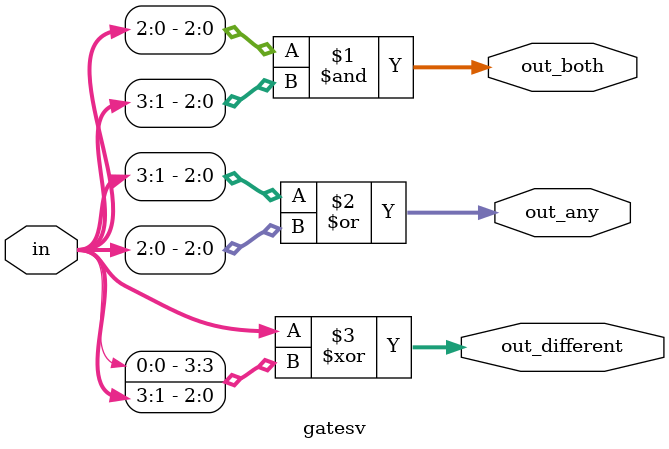
<source format=v>
module gatesv(
	input [3:0] in,
	output [2:0] out_both,
	output [3:1] out_any,
	output [3:0] out_different
);
	// implement circuit that checks relationship between each
	// input bit and their neighbour
	// recall reduction to do bitwise operations for vectors!
	
	// this ANDs in[2] and in[3], in[1] and in[2], ...
	assign out_both = in[2:0] & in[3:1];
	
	// this ORs in[3] and in[2], in[2] and in[1], ...
	assign out_any = in[3:1] | in[2:0];
	
	// this XORs in with in rotated 1 bit to the right
	// rotation is accomplished using concatentation
	// i.e. putting i[0] in MSB
	assign out_different = in ^ {in[0], in[3:1]};
	
	
endmodule

</source>
